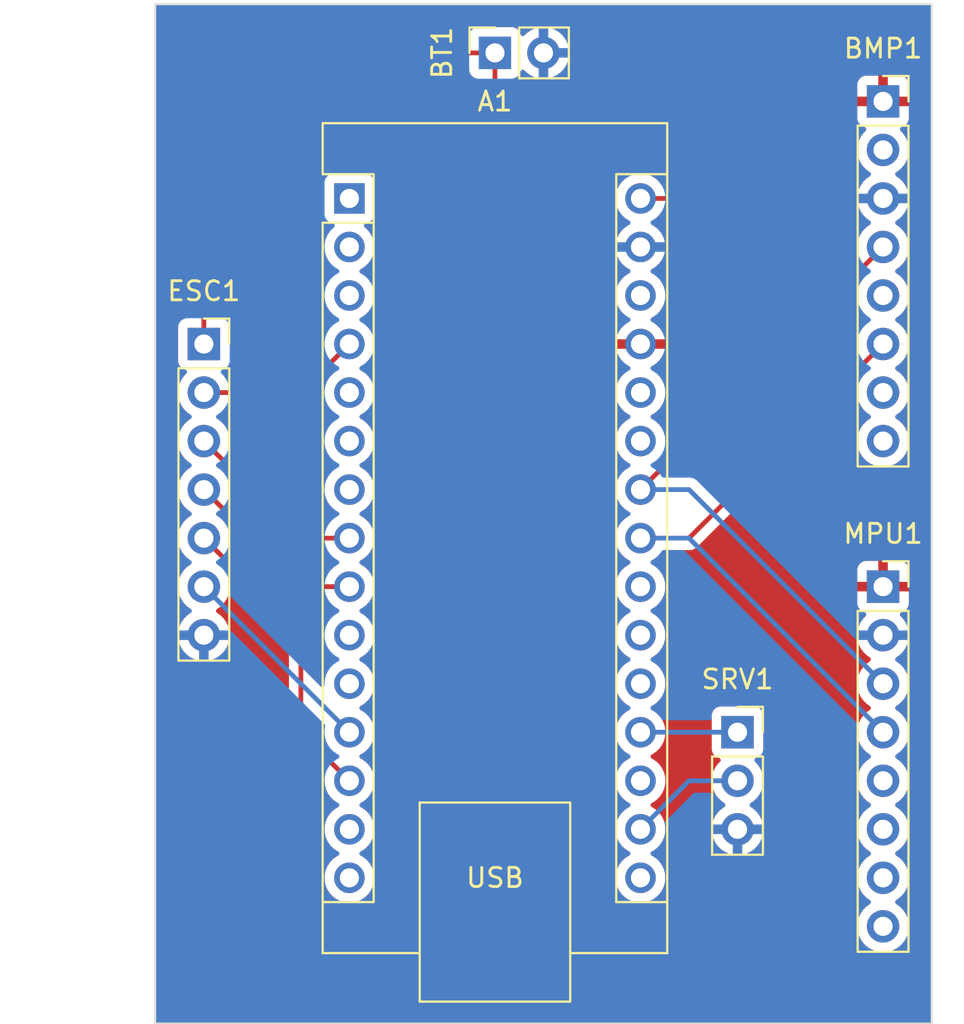
<source format=kicad_pcb>
(kicad_pcb (version 20221018) (generator pcbnew)
  (layers (0 "F.Cu" signal) (31 "B.Cu" signal) (34 "B.Paste" user) (35 "F.Paste" user) (36 "B.SilkS" user "B.Silkscreen") (37 "F.SilkS" user "F.Silkscreen") (38 "B.Mask" user) (39 "F.Mask" user) (44 "Edge.Cuts" user))
  (net 0 "")
  (net 4 "Net-(ESC1-SGND)")
  (net 8 "Net-(A1-D5)")
  (net 9 "Net-(A1-D6)")
  (net 12 "Net-(A1-D9)")
  (net 13 "Net-(A1-D10)")
  (net 17 "Net-(A1-3V3)")
  (net 19 "Net-(A1-A0)")
  (net 23 "Net-(A1-A4)")
  (net 24 "Net-(A1-A5)")
  (net 27 "+5V")
  (net 29 "GND")
  (net 30 "Net-(A1-VIN)")
  (footprint "Connector_PinSocket_2.54mm:PinSocket_1x07_P2.54mm_Vertical" (layer "F.Cu") (at 58.42 55.88)
    (fp_text reference "ESC1" (at 0 -2.77) (layer "F.SilkS"))
    (fp_text value "Lumenier BLHeli_S ESC 12A")
    (fp_line (start -1.33 1.27) (end -1.33 16.57) (stroke (width 0.12)) (layer "F.SilkS"))
    (fp_line (start -1.33 1.27) (end 1.33 1.27) (stroke (width 0.12)) (layer "F.SilkS"))
    (fp_line (start -1.33 16.57) (end 1.33 16.57) (stroke (width 0.12)) (layer "F.SilkS"))
    (fp_line (start 0 -1.33) (end 1.33 -1.33) (stroke (width 0.12)) (layer "F.SilkS"))
    (fp_line (start 1.33 -1.33) (end 1.33 0) (stroke (width 0.12)) (layer "F.SilkS"))
    (fp_line (start 1.33 1.27) (end 1.33 16.57) (stroke (width 0.12)) (layer "F.SilkS"))
    (pad "1" thru_hole rect (at 0 0) (size 1.7 1.7) (drill 1) (layers "*.Cu" "*.Mask") (net 30 "Net-(A1-VIN)"))
    (pad "2" thru_hole oval (at 0 2.54) (size 1.7 1.7) (drill 1) (layers "*.Cu" "*.Mask") (net 4 "Net-(ESC1-SGND)"))
    (pad "3" thru_hole oval (at 0 5.08) (size 1.7 1.7) (drill 1) (layers "*.Cu" "*.Mask") (net 8 "Net-(A1-D5)"))
    (pad "4" thru_hole oval (at 0 7.62) (size 1.7 1.7) (drill 1) (layers "*.Cu" "*.Mask") (net 9 "Net-(A1-D6)"))
    (pad "5" thru_hole oval (at 0 10.16) (size 1.7 1.7) (drill 1) (layers "*.Cu" "*.Mask") (net 13 "Net-(A1-D10)"))
    (pad "6" thru_hole oval (at 0 12.7) (size 1.7 1.7) (drill 1) (layers "*.Cu" "*.Mask") (net 12 "Net-(A1-D9)"))
    (pad "7" thru_hole oval (at 0 15.24) (size 1.7 1.7) (drill 1) (layers "*.Cu" "*.Mask") (net 29 "GND"))
  )
  (footprint "Module:Arduino_Nano" (layer "F.Cu") (at 66.04 48.26)
    (fp_text reference "A1" (at 7.62 -5.08) (layer "F.SilkS"))
    (fp_text value "Arduino_Nano_v3.x")
    (fp_text user "USB" (at 7.62 35.56 unlocked) (layer "F.SilkS"))
    (fp_line (start -1.4 -3.94) (end -1.4 -1.27) (stroke (width 0.12)) (layer "F.SilkS"))
    (fp_line (start -1.4 1.27) (end -1.4 39.5) (stroke (width 0.12)) (layer "F.SilkS"))
    (fp_line (start -1.4 39.5) (end 3.68 39.5) (stroke (width 0.12)) (layer "F.SilkS"))
    (fp_line (start 1.27 -1.27) (end -1.4 -1.27) (stroke (width 0.12)) (layer "F.SilkS"))
    (fp_line (start 1.27 1.27) (end -1.4 1.27) (stroke (width 0.12)) (layer "F.SilkS"))
    (fp_line (start 1.27 1.27) (end 1.27 -1.27) (stroke (width 0.12)) (layer "F.SilkS"))
    (fp_line (start 1.27 1.27) (end 1.27 36.83) (stroke (width 0.12)) (layer "F.SilkS"))
    (fp_line (start 1.27 36.83) (end -1.4 36.83) (stroke (width 0.12)) (layer "F.SilkS"))
    (fp_line (start 3.68 31.62) (end 11.56 31.62) (stroke (width 0.12)) (layer "F.SilkS"))
    (fp_line (start 3.68 42.04) (end 3.68 31.62) (stroke (width 0.12)) (layer "F.SilkS"))
    (fp_line (start 11.56 31.62) (end 11.56 42.04) (stroke (width 0.12)) (layer "F.SilkS"))
    (fp_line (start 11.56 42.04) (end 3.68 42.04) (stroke (width 0.12)) (layer "F.SilkS"))
    (fp_line (start 13.97 -1.27) (end 13.97 36.83) (stroke (width 0.12)) (layer "F.SilkS"))
    (fp_line (start 13.97 -1.27) (end 16.64 -1.27) (stroke (width 0.12)) (layer "F.SilkS"))
    (fp_line (start 13.97 36.83) (end 16.64 36.83) (stroke (width 0.12)) (layer "F.SilkS"))
    (fp_line (start 16.64 -3.94) (end -1.4 -3.94) (stroke (width 0.12)) (layer "F.SilkS"))
    (fp_line (start 16.64 39.5) (end 11.56 39.5) (stroke (width 0.12)) (layer "F.SilkS"))
    (fp_line (start 16.64 39.5) (end 16.64 -3.94) (stroke (width 0.12)) (layer "F.SilkS"))
    (pad "1" thru_hole rect (at 0 0) (size 1.6 1.6) (drill 1) (layers "*.Cu" "*.Mask"))
    (pad "2" thru_hole oval (at 0 2.54) (size 1.6 1.6) (drill 1) (layers "*.Cu" "*.Mask"))
    (pad "3" thru_hole oval (at 0 5.08) (size 1.6 1.6) (drill 1) (layers "*.Cu" "*.Mask"))
    (pad "4" thru_hole oval (at 0 7.62) (size 1.6 1.6) (drill 1) (layers "*.Cu" "*.Mask") (net 4 "Net-(ESC1-SGND)"))
    (pad "5" thru_hole oval (at 0 10.16) (size 1.6 1.6) (drill 1) (layers "*.Cu" "*.Mask"))
    (pad "6" thru_hole oval (at 0 12.7) (size 1.6 1.6) (drill 1) (layers "*.Cu" "*.Mask"))
    (pad "7" thru_hole oval (at 0 15.24) (size 1.6 1.6) (drill 1) (layers "*.Cu" "*.Mask"))
    (pad "8" thru_hole oval (at 0 17.78) (size 1.6 1.6) (drill 1) (layers "*.Cu" "*.Mask") (net 8 "Net-(A1-D5)"))
    (pad "9" thru_hole oval (at 0 20.32) (size 1.6 1.6) (drill 1) (layers "*.Cu" "*.Mask") (net 9 "Net-(A1-D6)"))
    (pad "10" thru_hole oval (at 0 22.86) (size 1.6 1.6) (drill 1) (layers "*.Cu" "*.Mask"))
    (pad "11" thru_hole oval (at 0 25.4) (size 1.6 1.6) (drill 1) (layers "*.Cu" "*.Mask"))
    (pad "12" thru_hole oval (at 0 27.94) (size 1.6 1.6) (drill 1) (layers "*.Cu" "*.Mask") (net 12 "Net-(A1-D9)"))
    (pad "13" thru_hole oval (at 0 30.48) (size 1.6 1.6) (drill 1) (layers "*.Cu" "*.Mask") (net 13 "Net-(A1-D10)"))
    (pad "14" thru_hole oval (at 0 33.02) (size 1.6 1.6) (drill 1) (layers "*.Cu" "*.Mask"))
    (pad "15" thru_hole oval (at 0 35.56) (size 1.6 1.6) (drill 1) (layers "*.Cu" "*.Mask"))
    (pad "16" thru_hole oval (at 15.24 35.56) (size 1.6 1.6) (drill 1) (layers "*.Cu" "*.Mask"))
    (pad "17" thru_hole oval (at 15.24 33.02) (size 1.6 1.6) (drill 1) (layers "*.Cu" "*.Mask") (net 17 "Net-(A1-3V3)"))
    (pad "18" thru_hole oval (at 15.24 30.48) (size 1.6 1.6) (drill 1) (layers "*.Cu" "*.Mask"))
    (pad "19" thru_hole oval (at 15.24 27.94) (size 1.6 1.6) (drill 1) (layers "*.Cu" "*.Mask") (net 19 "Net-(A1-A0)"))
    (pad "20" thru_hole oval (at 15.24 25.4) (size 1.6 1.6) (drill 1) (layers "*.Cu" "*.Mask"))
    (pad "21" thru_hole oval (at 15.24 22.86) (size 1.6 1.6) (drill 1) (layers "*.Cu" "*.Mask"))
    (pad "22" thru_hole oval (at 15.24 20.32) (size 1.6 1.6) (drill 1) (layers "*.Cu" "*.Mask"))
    (pad "23" thru_hole oval (at 15.24 17.78) (size 1.6 1.6) (drill 1) (layers "*.Cu" "*.Mask") (net 23 "Net-(A1-A4)"))
    (pad "24" thru_hole oval (at 15.24 15.24) (size 1.6 1.6) (drill 1) (layers "*.Cu" "*.Mask") (net 24 "Net-(A1-A5)"))
    (pad "25" thru_hole oval (at 15.24 12.7) (size 1.6 1.6) (drill 1) (layers "*.Cu" "*.Mask"))
    (pad "26" thru_hole oval (at 15.24 10.16) (size 1.6 1.6) (drill 1) (layers "*.Cu" "*.Mask"))
    (pad "27" thru_hole oval (at 15.24 7.62) (size 1.6 1.6) (drill 1) (layers "*.Cu" "*.Mask") (net 27 "+5V"))
    (pad "28" thru_hole oval (at 15.24 5.08) (size 1.6 1.6) (drill 1) (layers "*.Cu" "*.Mask"))
    (pad "29" thru_hole oval (at 15.24 2.54) (size 1.6 1.6) (drill 1) (layers "*.Cu" "*.Mask") (net 29 "GND"))
    (pad "30" thru_hole oval (at 15.24 0) (size 1.6 1.6) (drill 1) (layers "*.Cu" "*.Mask") (net 30 "Net-(A1-VIN)"))
  )
  (footprint "Connector_PinSocket_2.54mm:PinSocket_1x08_P2.54mm_Vertical" (layer "F.Cu") (at 93.98 43.18)
    (fp_text reference "BMP1" (at 0 -2.77) (layer "F.SilkS"))
    (fp_text value "BMP388")
    (fp_line (start -1.33 1.27) (end -1.33 19.11) (stroke (width 0.12)) (layer "F.SilkS"))
    (fp_line (start -1.33 1.27) (end 1.33 1.27) (stroke (width 0.12)) (layer "F.SilkS"))
    (fp_line (start -1.33 19.11) (end 1.33 19.11) (stroke (width 0.12)) (layer "F.SilkS"))
    (fp_line (start 0 -1.33) (end 1.33 -1.33) (stroke (width 0.12)) (layer "F.SilkS"))
    (fp_line (start 1.33 -1.33) (end 1.33 0) (stroke (width 0.12)) (layer "F.SilkS"))
    (fp_line (start 1.33 1.27) (end 1.33 19.11) (stroke (width 0.12)) (layer "F.SilkS"))
    (pad "1" thru_hole rect (at 0 0) (size 1.7 1.7) (drill 1) (layers "*.Cu" "*.Mask") (net 27 "+5V"))
    (pad "2" thru_hole oval (at 0 2.54) (size 1.7 1.7) (drill 1) (layers "*.Cu" "*.Mask"))
    (pad "3" thru_hole oval (at 0 5.08) (size 1.7 1.7) (drill 1) (layers "*.Cu" "*.Mask") (net 29 "GND"))
    (pad "4" thru_hole oval (at 0 7.62) (size 1.7 1.7) (drill 1) (layers "*.Cu" "*.Mask") (net 24 "Net-(A1-A5)"))
    (pad "5" thru_hole oval (at 0 10.16) (size 1.7 1.7) (drill 1) (layers "*.Cu" "*.Mask"))
    (pad "6" thru_hole oval (at 0 12.7) (size 1.7 1.7) (drill 1) (layers "*.Cu" "*.Mask") (net 23 "Net-(A1-A4)"))
    (pad "7" thru_hole oval (at 0 15.24) (size 1.7 1.7) (drill 1) (layers "*.Cu" "*.Mask"))
    (pad "8" thru_hole oval (at 0 17.78) (size 1.7 1.7) (drill 1) (layers "*.Cu" "*.Mask"))
  )
  (footprint "Connector_PinSocket_2.54mm:PinSocket_1x03_P2.54mm_Vertical" (layer "F.Cu") (at 86.36 76.2)
    (fp_text reference "SRV1" (at 0 -2.77) (layer "F.SilkS"))
    (fp_text value "Motor_Servo")
    (fp_line (start -1.33 1.27) (end -1.33 6.41) (stroke (width 0.12)) (layer "F.SilkS"))
    (fp_line (start -1.33 1.27) (end 1.33 1.27) (stroke (width 0.12)) (layer "F.SilkS"))
    (fp_line (start -1.33 6.41) (end 1.33 6.41) (stroke (width 0.12)) (layer "F.SilkS"))
    (fp_line (start 0 -1.33) (end 1.33 -1.33) (stroke (width 0.12)) (layer "F.SilkS"))
    (fp_line (start 1.33 -1.33) (end 1.33 0) (stroke (width 0.12)) (layer "F.SilkS"))
    (fp_line (start 1.33 1.27) (end 1.33 6.41) (stroke (width 0.12)) (layer "F.SilkS"))
    (pad "1" thru_hole rect (at 0 0) (size 1.7 1.7) (drill 1) (layers "*.Cu" "*.Mask") (net 19 "Net-(A1-A0)"))
    (pad "2" thru_hole oval (at 0 2.54) (size 1.7 1.7) (drill 1) (layers "*.Cu" "*.Mask") (net 17 "Net-(A1-3V3)"))
    (pad "3" thru_hole oval (at 0 5.08) (size 1.7 1.7) (drill 1) (layers "*.Cu" "*.Mask") (net 29 "GND"))
  )
  (footprint "Connector_PinSocket_2.54mm:PinSocket_1x02_P2.54mm_Vertical" (layer "F.Cu") (at 73.66 40.64 90)
    (fp_text reference "BT1" (at 0 -2.77 90) (layer "F.SilkS"))
    (fp_text value "Battery")
    (fp_line (start -1.33 1.27) (end -1.33 3.87) (stroke (width 0.12)) (layer "F.SilkS"))
    (fp_line (start -1.33 1.27) (end 1.33 1.27) (stroke (width 0.12)) (layer "F.SilkS"))
    (fp_line (start -1.33 3.87) (end 1.33 3.87) (stroke (width 0.12)) (layer "F.SilkS"))
    (fp_line (start 0 -1.33) (end 1.33 -1.33) (stroke (width 0.12)) (layer "F.SilkS"))
    (fp_line (start 1.33 -1.33) (end 1.33 0) (stroke (width 0.12)) (layer "F.SilkS"))
    (fp_line (start 1.33 1.27) (end 1.33 3.87) (stroke (width 0.12)) (layer "F.SilkS"))
    (pad "1" thru_hole rect (at 0 0 90) (size 1.7 1.7) (drill 1) (layers "*.Cu" "*.Mask") (net 30 "Net-(A1-VIN)"))
    (pad "2" thru_hole oval (at 0 2.54 90) (size 1.7 1.7) (drill 1) (layers "*.Cu" "*.Mask") (net 29 "GND"))
  )
  (footprint "Connector_PinSocket_2.54mm:PinSocket_1x08_P2.54mm_Vertical" (layer "F.Cu") (at 93.98 68.58)
    (fp_text reference "MPU1" (at 0 -2.77) (layer "F.SilkS"))
    (fp_text value "MPU-6500")
    (fp_line (start -1.33 1.27) (end -1.33 19.11) (stroke (width 0.12)) (layer "F.SilkS"))
    (fp_line (start -1.33 1.27) (end 1.33 1.27) (stroke (width 0.12)) (layer "F.SilkS"))
    (fp_line (start -1.33 19.11) (end 1.33 19.11) (stroke (width 0.12)) (layer "F.SilkS"))
    (fp_line (start 0 -1.33) (end 1.33 -1.33) (stroke (width 0.12)) (layer "F.SilkS"))
    (fp_line (start 1.33 -1.33) (end 1.33 0) (stroke (width 0.12)) (layer "F.SilkS"))
    (fp_line (start 1.33 1.27) (end 1.33 19.11) (stroke (width 0.12)) (layer "F.SilkS"))
    (pad "1" thru_hole rect (at 0 0) (size 1.7 1.7) (drill 1) (layers "*.Cu" "*.Mask") (net 27 "+5V"))
    (pad "2" thru_hole oval (at 0 2.54) (size 1.7 1.7) (drill 1) (layers "*.Cu" "*.Mask") (net 29 "GND"))
    (pad "3" thru_hole oval (at 0 5.08) (size 1.7 1.7) (drill 1) (layers "*.Cu" "*.Mask") (net 24 "Net-(A1-A5)"))
    (pad "4" thru_hole oval (at 0 7.62) (size 1.7 1.7) (drill 1) (layers "*.Cu" "*.Mask") (net 23 "Net-(A1-A4)"))
    (pad "5" thru_hole oval (at 0 10.16) (size 1.7 1.7) (drill 1) (layers "*.Cu" "*.Mask"))
    (pad "6" thru_hole oval (at 0 12.7) (size 1.7 1.7) (drill 1) (layers "*.Cu" "*.Mask"))
    (pad "7" thru_hole oval (at 0 15.24) (size 1.7 1.7) (drill 1) (layers "*.Cu" "*.Mask"))
    (pad "8" thru_hole oval (at 0 17.78) (size 1.7 1.7) (drill 1) (layers "*.Cu" "*.Mask"))
  )
  (gr_rect (start 55.88 38.1) (end 96.52 91.44) (stroke (width 0.1)) (fill none) (layer "Edge.Cuts"))
  (segment (start 63.5 58.42) (end 66.04 55.88) (width 0.25) (layer "F.Cu") (net 4))
  (segment (start 58.42 58.42) (end 63.5 58.42) (width 0.25) (layer "F.Cu") (net 4))
  (segment (start 63.5 66.04) (end 66.04 66.04) (width 0.25) (layer "F.Cu") (net 8))
  (segment (start 58.42 60.96) (end 63.5 66.04) (width 0.25) (layer "F.Cu") (net 8))
  (segment (start 63.5 68.58) (end 66.04 68.58) (width 0.25) (layer "F.Cu") (net 9))
  (segment (start 58.42 63.5) (end 63.5 68.58) (width 0.25) (layer "F.Cu") (net 9))
  (segment (start 58.42 68.58) (end 66.04 76.2) (width 0.25) (layer "B.Cu") (net 12))
  (segment (start 63.5 71.12) (end 63.5 76.2) (width 0.25) (layer "F.Cu") (net 13))
  (segment (start 63.5 76.2) (end 66.04 78.74) (width 0.25) (layer "F.Cu") (net 13))
  (segment (start 58.42 66.04) (end 63.5 71.12) (width 0.25) (layer "F.Cu") (net 13))
  (segment (start 83.82 78.74) (end 81.28 81.28) (width 0.25) (layer "B.Cu") (net 17))
  (segment (start 86.36 78.74) (end 83.82 78.74) (width 0.25) (layer "B.Cu") (net 17))
  (segment (start 86.36 76.2) (end 81.28 76.2) (width 0.25) (layer "B.Cu") (net 19))
  (segment (start 83.82 66.04) (end 81.28 66.04) (width 0.25) (layer "F.Cu") (net 23))
  (segment (start 93.98 55.88) (end 83.82 66.04) (width 0.25) (layer "F.Cu") (net 23))
  (segment (start 93.98 76.2) (end 83.82 66.04) (width 0.25) (layer "B.Cu") (net 23))
  (segment (start 83.82 66.04) (end 81.28 66.04) (width 0.25) (layer "B.Cu") (net 23))
  (segment (start 93.98 50.8) (end 81.28 63.5) (width 0.25) (layer "F.Cu") (net 24))
  (segment (start 83.82 63.5) (end 81.28 63.5) (width 0.25) (layer "B.Cu") (net 24))
  (segment (start 93.98 73.66) (end 83.82 63.5) (width 0.25) (layer "B.Cu") (net 24))
  (segment (start 73.66 43.18) (end 83.82 43.18) (width 0.25) (layer "F.Cu") (net 30))
  (segment (start 73.66 43.18) (end 73.66 40.64) (width 0.25) (layer "F.Cu") (net 30))
  (segment (start 58.42 53.34) (end 71.12 40.64) (width 0.25) (layer "F.Cu") (net 30))
  (segment (start 71.12 40.64) (end 73.66 40.64) (width 0.25) (layer "F.Cu") (net 30))
  (segment (start 58.42 55.88) (end 58.42 53.34) (width 0.25) (layer "F.Cu") (net 30))
  (segment (start 83.82 48.26) (end 81.28 48.26) (width 0.25) (layer "F.Cu") (net 30))
  (segment (start 83.82 43.18) (end 83.82 48.26) (width 0.25) (layer "F.Cu") (net 30))
  (zone (net 27) (net_name "+5V") (layer "F.Cu") (connect_pads (clearance 0.5)) (min_thickness 0.25) (fill yes (thermal_gap 0.5) (thermal_bridge_width 0.5))
    (polygon (pts (xy 55.88 38.1) (xy 96.52 38.1) (xy 96.52 91.44) (xy 55.88 91.44)))
  )
  (zone (net 29) (net_name "GND") (layer "B.Cu") (priority 1) (connect_pads (clearance 0.5)) (min_thickness 0.25) (fill yes (thermal_gap 0.5) (thermal_bridge_width 0.5))
    (polygon (pts (xy 55.88 38.1) (xy 96.52 38.1) (xy 96.52 91.44) (xy 55.88 91.44)))
  )
)
</source>
